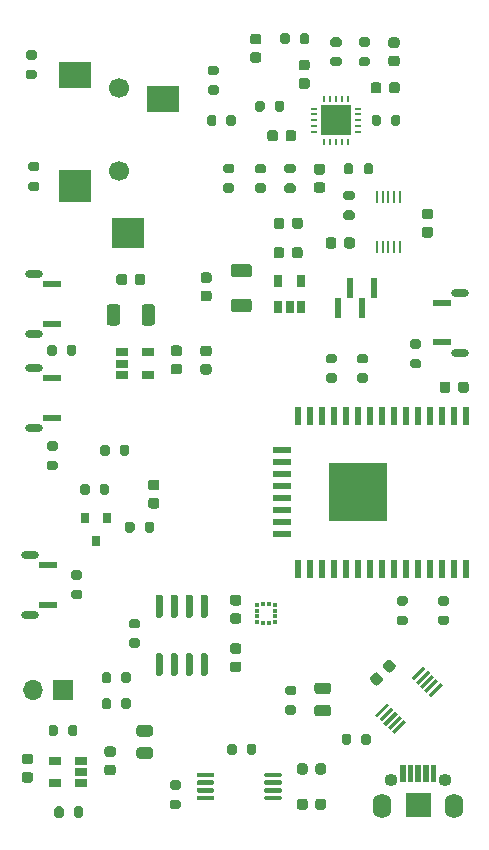
<source format=gts>
G04 #@! TF.GenerationSoftware,KiCad,Pcbnew,5.1.10-88a1d61d58~88~ubuntu20.04.1*
G04 #@! TF.CreationDate,2021-05-21T15:29:45+02:00*
G04 #@! TF.ProjectId,osw-light-modifiedv3,6f73772d-6c69-4676-9874-2d6d6f646966,rev?*
G04 #@! TF.SameCoordinates,Original*
G04 #@! TF.FileFunction,Soldermask,Top*
G04 #@! TF.FilePolarity,Negative*
%FSLAX46Y46*%
G04 Gerber Fmt 4.6, Leading zero omitted, Abs format (unit mm)*
G04 Created by KiCad (PCBNEW 5.1.10-88a1d61d58~88~ubuntu20.04.1) date 2021-05-21 15:29:45*
%MOMM*%
%LPD*%
G01*
G04 APERTURE LIST*
%ADD10C,0.100000*%
%ADD11O,1.100000X1.100000*%
%ADD12O,1.600000X2.100000*%
%ADD13C,1.700000*%
%ADD14R,2.800000X2.800000*%
%ADD15R,2.800000X2.600000*%
%ADD16R,2.800000X2.200000*%
%ADD17R,1.524000X0.500000*%
%ADD18O,1.524000X0.600000*%
%ADD19R,0.600000X1.750000*%
%ADD20R,0.800000X0.900000*%
%ADD21R,1.060000X0.650000*%
%ADD22R,0.375000X0.350000*%
%ADD23R,0.350000X0.375000*%
%ADD24O,1.700000X1.700000*%
%ADD25R,1.700000X1.700000*%
%ADD26R,1.524000X0.600000*%
%ADD27R,0.600000X1.524000*%
%ADD28R,5.000000X5.000000*%
%ADD29R,0.250000X1.100000*%
%ADD30R,0.650000X1.060000*%
%ADD31R,0.500000X0.250000*%
%ADD32R,0.250000X0.500000*%
%ADD33R,2.500000X2.500000*%
G04 APERTURE END LIST*
G04 #@! TO.C,U5*
G36*
G01*
X131470000Y-102165000D02*
X131470000Y-101965000D01*
G75*
G02*
X131570000Y-101865000I100000J0D01*
G01*
X132845000Y-101865000D01*
G75*
G02*
X132945000Y-101965000I0J-100000D01*
G01*
X132945000Y-102165000D01*
G75*
G02*
X132845000Y-102265000I-100000J0D01*
G01*
X131570000Y-102265000D01*
G75*
G02*
X131470000Y-102165000I0J100000D01*
G01*
G37*
G36*
G01*
X131470000Y-102815000D02*
X131470000Y-102615000D01*
G75*
G02*
X131570000Y-102515000I100000J0D01*
G01*
X132845000Y-102515000D01*
G75*
G02*
X132945000Y-102615000I0J-100000D01*
G01*
X132945000Y-102815000D01*
G75*
G02*
X132845000Y-102915000I-100000J0D01*
G01*
X131570000Y-102915000D01*
G75*
G02*
X131470000Y-102815000I0J100000D01*
G01*
G37*
G36*
G01*
X131470000Y-103465000D02*
X131470000Y-103265000D01*
G75*
G02*
X131570000Y-103165000I100000J0D01*
G01*
X132845000Y-103165000D01*
G75*
G02*
X132945000Y-103265000I0J-100000D01*
G01*
X132945000Y-103465000D01*
G75*
G02*
X132845000Y-103565000I-100000J0D01*
G01*
X131570000Y-103565000D01*
G75*
G02*
X131470000Y-103465000I0J100000D01*
G01*
G37*
G36*
G01*
X131470000Y-104115000D02*
X131470000Y-103915000D01*
G75*
G02*
X131570000Y-103815000I100000J0D01*
G01*
X132845000Y-103815000D01*
G75*
G02*
X132945000Y-103915000I0J-100000D01*
G01*
X132945000Y-104115000D01*
G75*
G02*
X132845000Y-104215000I-100000J0D01*
G01*
X131570000Y-104215000D01*
G75*
G02*
X131470000Y-104115000I0J100000D01*
G01*
G37*
G36*
G01*
X137195000Y-104115000D02*
X137195000Y-103915000D01*
G75*
G02*
X137295000Y-103815000I100000J0D01*
G01*
X138570000Y-103815000D01*
G75*
G02*
X138670000Y-103915000I0J-100000D01*
G01*
X138670000Y-104115000D01*
G75*
G02*
X138570000Y-104215000I-100000J0D01*
G01*
X137295000Y-104215000D01*
G75*
G02*
X137195000Y-104115000I0J100000D01*
G01*
G37*
G36*
G01*
X137195000Y-103465000D02*
X137195000Y-103265000D01*
G75*
G02*
X137295000Y-103165000I100000J0D01*
G01*
X138570000Y-103165000D01*
G75*
G02*
X138670000Y-103265000I0J-100000D01*
G01*
X138670000Y-103465000D01*
G75*
G02*
X138570000Y-103565000I-100000J0D01*
G01*
X137295000Y-103565000D01*
G75*
G02*
X137195000Y-103465000I0J100000D01*
G01*
G37*
G36*
G01*
X137195000Y-102815000D02*
X137195000Y-102615000D01*
G75*
G02*
X137295000Y-102515000I100000J0D01*
G01*
X138570000Y-102515000D01*
G75*
G02*
X138670000Y-102615000I0J-100000D01*
G01*
X138670000Y-102815000D01*
G75*
G02*
X138570000Y-102915000I-100000J0D01*
G01*
X137295000Y-102915000D01*
G75*
G02*
X137195000Y-102815000I0J100000D01*
G01*
G37*
G36*
G01*
X137195000Y-102165000D02*
X137195000Y-101965000D01*
G75*
G02*
X137295000Y-101865000I100000J0D01*
G01*
X138570000Y-101865000D01*
G75*
G02*
X138670000Y-101965000I0J-100000D01*
G01*
X138670000Y-102165000D01*
G75*
G02*
X138570000Y-102265000I-100000J0D01*
G01*
X137295000Y-102265000D01*
G75*
G02*
X137195000Y-102165000I0J100000D01*
G01*
G37*
G04 #@! TD*
G04 #@! TO.C,R34*
G36*
G01*
X139165000Y-96155000D02*
X139715000Y-96155000D01*
G75*
G02*
X139915000Y-96355000I0J-200000D01*
G01*
X139915000Y-96755000D01*
G75*
G02*
X139715000Y-96955000I-200000J0D01*
G01*
X139165000Y-96955000D01*
G75*
G02*
X138965000Y-96755000I0J200000D01*
G01*
X138965000Y-96355000D01*
G75*
G02*
X139165000Y-96155000I200000J0D01*
G01*
G37*
G36*
G01*
X139165000Y-94505000D02*
X139715000Y-94505000D01*
G75*
G02*
X139915000Y-94705000I0J-200000D01*
G01*
X139915000Y-95105000D01*
G75*
G02*
X139715000Y-95305000I-200000J0D01*
G01*
X139165000Y-95305000D01*
G75*
G02*
X138965000Y-95105000I0J200000D01*
G01*
X138965000Y-94705000D01*
G75*
G02*
X139165000Y-94505000I200000J0D01*
G01*
G37*
G04 #@! TD*
G04 #@! TO.C,D2*
G36*
G01*
X142596250Y-95217500D02*
X141683750Y-95217500D01*
G75*
G02*
X141440000Y-94973750I0J243750D01*
G01*
X141440000Y-94486250D01*
G75*
G02*
X141683750Y-94242500I243750J0D01*
G01*
X142596250Y-94242500D01*
G75*
G02*
X142840000Y-94486250I0J-243750D01*
G01*
X142840000Y-94973750D01*
G75*
G02*
X142596250Y-95217500I-243750J0D01*
G01*
G37*
G36*
G01*
X142596250Y-97092500D02*
X141683750Y-97092500D01*
G75*
G02*
X141440000Y-96848750I0J243750D01*
G01*
X141440000Y-96361250D01*
G75*
G02*
X141683750Y-96117500I243750J0D01*
G01*
X142596250Y-96117500D01*
G75*
G02*
X142840000Y-96361250I0J-243750D01*
G01*
X142840000Y-96848750D01*
G75*
G02*
X142596250Y-97092500I-243750J0D01*
G01*
G37*
G04 #@! TD*
G04 #@! TO.C,R32*
G36*
G01*
X144545000Y-98765000D02*
X144545000Y-99315000D01*
G75*
G02*
X144345000Y-99515000I-200000J0D01*
G01*
X143945000Y-99515000D01*
G75*
G02*
X143745000Y-99315000I0J200000D01*
G01*
X143745000Y-98765000D01*
G75*
G02*
X143945000Y-98565000I200000J0D01*
G01*
X144345000Y-98565000D01*
G75*
G02*
X144545000Y-98765000I0J-200000D01*
G01*
G37*
G36*
G01*
X146195000Y-98765000D02*
X146195000Y-99315000D01*
G75*
G02*
X145995000Y-99515000I-200000J0D01*
G01*
X145595000Y-99515000D01*
G75*
G02*
X145395000Y-99315000I0J200000D01*
G01*
X145395000Y-98765000D01*
G75*
G02*
X145595000Y-98565000I200000J0D01*
G01*
X145995000Y-98565000D01*
G75*
G02*
X146195000Y-98765000I0J-200000D01*
G01*
G37*
G04 #@! TD*
D10*
G04 #@! TO.C,U11*
G36*
X152081955Y-94270330D02*
G01*
X152294087Y-94482462D01*
X151304137Y-95472412D01*
X151092005Y-95260280D01*
X152081955Y-94270330D01*
G37*
G36*
X151728401Y-93916776D02*
G01*
X151940533Y-94128908D01*
X150950583Y-95118858D01*
X150738451Y-94906726D01*
X151728401Y-93916776D01*
G37*
G36*
X151374848Y-93563223D02*
G01*
X151586980Y-93775355D01*
X150597030Y-94765305D01*
X150384898Y-94553173D01*
X151374848Y-93563223D01*
G37*
G36*
X151021295Y-93209670D02*
G01*
X151233427Y-93421802D01*
X150243477Y-94411752D01*
X150031345Y-94199620D01*
X151021295Y-93209670D01*
G37*
G36*
X150667741Y-92856116D02*
G01*
X150879873Y-93068248D01*
X149889923Y-94058198D01*
X149677791Y-93846066D01*
X150667741Y-92856116D01*
G37*
G36*
X147556471Y-95967386D02*
G01*
X147768603Y-96179518D01*
X146778653Y-97169468D01*
X146566521Y-96957336D01*
X147556471Y-95967386D01*
G37*
G36*
X147910025Y-96320940D02*
G01*
X148122157Y-96533072D01*
X147132207Y-97523022D01*
X146920075Y-97310890D01*
X147910025Y-96320940D01*
G37*
G36*
X148263578Y-96674493D02*
G01*
X148475710Y-96886625D01*
X147485760Y-97876575D01*
X147273628Y-97664443D01*
X148263578Y-96674493D01*
G37*
G36*
X148617131Y-97028046D02*
G01*
X148829263Y-97240178D01*
X147839313Y-98230128D01*
X147627181Y-98017996D01*
X148617131Y-97028046D01*
G37*
G36*
X148970685Y-97381600D02*
G01*
X149182817Y-97593732D01*
X148192867Y-98583682D01*
X147980735Y-98371550D01*
X148970685Y-97381600D01*
G37*
G04 #@! TD*
D11*
G04 #@! TO.C,U12*
X152506000Y-102504500D03*
X147934000Y-102504500D03*
G36*
G01*
X151270000Y-102600000D02*
X151270000Y-101250000D01*
G75*
G02*
X151320000Y-101200000I50000J0D01*
G01*
X151720000Y-101200000D01*
G75*
G02*
X151770000Y-101250000I0J-50000D01*
G01*
X151770000Y-102600000D01*
G75*
G02*
X151720000Y-102650000I-50000J0D01*
G01*
X151320000Y-102650000D01*
G75*
G02*
X151270000Y-102600000I0J50000D01*
G01*
G37*
G36*
G01*
X150620000Y-102600000D02*
X150620000Y-101250000D01*
G75*
G02*
X150670000Y-101200000I50000J0D01*
G01*
X151070000Y-101200000D01*
G75*
G02*
X151120000Y-101250000I0J-50000D01*
G01*
X151120000Y-102600000D01*
G75*
G02*
X151070000Y-102650000I-50000J0D01*
G01*
X150670000Y-102650000D01*
G75*
G02*
X150620000Y-102600000I0J50000D01*
G01*
G37*
G36*
G01*
X149970000Y-102600000D02*
X149970000Y-101250000D01*
G75*
G02*
X150020000Y-101200000I50000J0D01*
G01*
X150420000Y-101200000D01*
G75*
G02*
X150470000Y-101250000I0J-50000D01*
G01*
X150470000Y-102600000D01*
G75*
G02*
X150420000Y-102650000I-50000J0D01*
G01*
X150020000Y-102650000D01*
G75*
G02*
X149970000Y-102600000I0J50000D01*
G01*
G37*
G36*
G01*
X149320000Y-102600000D02*
X149320000Y-101250000D01*
G75*
G02*
X149370000Y-101200000I50000J0D01*
G01*
X149770000Y-101200000D01*
G75*
G02*
X149820000Y-101250000I0J-50000D01*
G01*
X149820000Y-102600000D01*
G75*
G02*
X149770000Y-102650000I-50000J0D01*
G01*
X149370000Y-102650000D01*
G75*
G02*
X149320000Y-102600000I0J50000D01*
G01*
G37*
G36*
G01*
X148670000Y-102600000D02*
X148670000Y-101250000D01*
G75*
G02*
X148720000Y-101200000I50000J0D01*
G01*
X149120000Y-101200000D01*
G75*
G02*
X149170000Y-101250000I0J-50000D01*
G01*
X149170000Y-102600000D01*
G75*
G02*
X149120000Y-102650000I-50000J0D01*
G01*
X148720000Y-102650000D01*
G75*
G02*
X148670000Y-102600000I0J50000D01*
G01*
G37*
D12*
X153268000Y-104727000D03*
G36*
G01*
X149170000Y-105600000D02*
X149170000Y-103600000D01*
G75*
G02*
X149220000Y-103550000I50000J0D01*
G01*
X151220000Y-103550000D01*
G75*
G02*
X151270000Y-103600000I0J-50000D01*
G01*
X151270000Y-105600000D01*
G75*
G02*
X151220000Y-105650000I-50000J0D01*
G01*
X149220000Y-105650000D01*
G75*
G02*
X149170000Y-105600000I0J50000D01*
G01*
G37*
X147172000Y-104727000D03*
G04 #@! TD*
G04 #@! TO.C,R33*
G36*
G01*
X127055765Y-81358197D02*
X127055765Y-80808197D01*
G75*
G02*
X127255765Y-80608197I200000J0D01*
G01*
X127655765Y-80608197D01*
G75*
G02*
X127855765Y-80808197I0J-200000D01*
G01*
X127855765Y-81358197D01*
G75*
G02*
X127655765Y-81558197I-200000J0D01*
G01*
X127255765Y-81558197D01*
G75*
G02*
X127055765Y-81358197I0J200000D01*
G01*
G37*
G36*
G01*
X125405765Y-81358197D02*
X125405765Y-80808197D01*
G75*
G02*
X125605765Y-80608197I200000J0D01*
G01*
X126005765Y-80608197D01*
G75*
G02*
X126205765Y-80808197I0J-200000D01*
G01*
X126205765Y-81358197D01*
G75*
G02*
X126005765Y-81558197I-200000J0D01*
G01*
X125605765Y-81558197D01*
G75*
G02*
X125405765Y-81358197I0J200000D01*
G01*
G37*
G04 #@! TD*
G04 #@! TO.C,R25*
G36*
G01*
X120465000Y-66385000D02*
X120465000Y-65835000D01*
G75*
G02*
X120665000Y-65635000I200000J0D01*
G01*
X121065000Y-65635000D01*
G75*
G02*
X121265000Y-65835000I0J-200000D01*
G01*
X121265000Y-66385000D01*
G75*
G02*
X121065000Y-66585000I-200000J0D01*
G01*
X120665000Y-66585000D01*
G75*
G02*
X120465000Y-66385000I0J200000D01*
G01*
G37*
G36*
G01*
X118815000Y-66385000D02*
X118815000Y-65835000D01*
G75*
G02*
X119015000Y-65635000I200000J0D01*
G01*
X119415000Y-65635000D01*
G75*
G02*
X119615000Y-65835000I0J-200000D01*
G01*
X119615000Y-66385000D01*
G75*
G02*
X119415000Y-66585000I-200000J0D01*
G01*
X119015000Y-66585000D01*
G75*
G02*
X118815000Y-66385000I0J200000D01*
G01*
G37*
G04 #@! TD*
G04 #@! TO.C,R5*
G36*
G01*
X132595000Y-43665000D02*
X133145000Y-43665000D01*
G75*
G02*
X133345000Y-43865000I0J-200000D01*
G01*
X133345000Y-44265000D01*
G75*
G02*
X133145000Y-44465000I-200000J0D01*
G01*
X132595000Y-44465000D01*
G75*
G02*
X132395000Y-44265000I0J200000D01*
G01*
X132395000Y-43865000D01*
G75*
G02*
X132595000Y-43665000I200000J0D01*
G01*
G37*
G36*
G01*
X132595000Y-42015000D02*
X133145000Y-42015000D01*
G75*
G02*
X133345000Y-42215000I0J-200000D01*
G01*
X133345000Y-42615000D01*
G75*
G02*
X133145000Y-42815000I-200000J0D01*
G01*
X132595000Y-42815000D01*
G75*
G02*
X132395000Y-42615000I0J200000D01*
G01*
X132395000Y-42215000D01*
G75*
G02*
X132595000Y-42015000I200000J0D01*
G01*
G37*
G04 #@! TD*
D13*
G04 #@! TO.C,J2*
X124880000Y-50890000D03*
X124880000Y-43890000D03*
D14*
X121180000Y-52190000D03*
D15*
X125630000Y-56190000D03*
D16*
X121180000Y-42790000D03*
X128580000Y-44790000D03*
G04 #@! TD*
G04 #@! TO.C,R17*
G36*
G01*
X140195000Y-40015000D02*
X140195000Y-39465000D01*
G75*
G02*
X140395000Y-39265000I200000J0D01*
G01*
X140795000Y-39265000D01*
G75*
G02*
X140995000Y-39465000I0J-200000D01*
G01*
X140995000Y-40015000D01*
G75*
G02*
X140795000Y-40215000I-200000J0D01*
G01*
X140395000Y-40215000D01*
G75*
G02*
X140195000Y-40015000I0J200000D01*
G01*
G37*
G36*
G01*
X138545000Y-40015000D02*
X138545000Y-39465000D01*
G75*
G02*
X138745000Y-39265000I200000J0D01*
G01*
X139145000Y-39265000D01*
G75*
G02*
X139345000Y-39465000I0J-200000D01*
G01*
X139345000Y-40015000D01*
G75*
G02*
X139145000Y-40215000I-200000J0D01*
G01*
X138745000Y-40215000D01*
G75*
G02*
X138545000Y-40015000I0J200000D01*
G01*
G37*
G04 #@! TD*
G04 #@! TO.C,R18*
G36*
G01*
X143545000Y-40415000D02*
X142995000Y-40415000D01*
G75*
G02*
X142795000Y-40215000I0J200000D01*
G01*
X142795000Y-39815000D01*
G75*
G02*
X142995000Y-39615000I200000J0D01*
G01*
X143545000Y-39615000D01*
G75*
G02*
X143745000Y-39815000I0J-200000D01*
G01*
X143745000Y-40215000D01*
G75*
G02*
X143545000Y-40415000I-200000J0D01*
G01*
G37*
G36*
G01*
X143545000Y-42065000D02*
X142995000Y-42065000D01*
G75*
G02*
X142795000Y-41865000I0J200000D01*
G01*
X142795000Y-41465000D01*
G75*
G02*
X142995000Y-41265000I200000J0D01*
G01*
X143545000Y-41265000D01*
G75*
G02*
X143745000Y-41465000I0J-200000D01*
G01*
X143745000Y-41865000D01*
G75*
G02*
X143545000Y-42065000I-200000J0D01*
G01*
G37*
G04 #@! TD*
G04 #@! TO.C,R4*
G36*
G01*
X117405000Y-51815000D02*
X117955000Y-51815000D01*
G75*
G02*
X118155000Y-52015000I0J-200000D01*
G01*
X118155000Y-52415000D01*
G75*
G02*
X117955000Y-52615000I-200000J0D01*
G01*
X117405000Y-52615000D01*
G75*
G02*
X117205000Y-52415000I0J200000D01*
G01*
X117205000Y-52015000D01*
G75*
G02*
X117405000Y-51815000I200000J0D01*
G01*
G37*
G36*
G01*
X117405000Y-50165000D02*
X117955000Y-50165000D01*
G75*
G02*
X118155000Y-50365000I0J-200000D01*
G01*
X118155000Y-50765000D01*
G75*
G02*
X117955000Y-50965000I-200000J0D01*
G01*
X117405000Y-50965000D01*
G75*
G02*
X117205000Y-50765000I0J200000D01*
G01*
X117205000Y-50365000D01*
G75*
G02*
X117405000Y-50165000I200000J0D01*
G01*
G37*
G04 #@! TD*
G04 #@! TO.C,R22*
G36*
G01*
X124955765Y-74858197D02*
X124955765Y-74308197D01*
G75*
G02*
X125155765Y-74108197I200000J0D01*
G01*
X125555765Y-74108197D01*
G75*
G02*
X125755765Y-74308197I0J-200000D01*
G01*
X125755765Y-74858197D01*
G75*
G02*
X125555765Y-75058197I-200000J0D01*
G01*
X125155765Y-75058197D01*
G75*
G02*
X124955765Y-74858197I0J200000D01*
G01*
G37*
G36*
G01*
X123305765Y-74858197D02*
X123305765Y-74308197D01*
G75*
G02*
X123505765Y-74108197I200000J0D01*
G01*
X123905765Y-74108197D01*
G75*
G02*
X124105765Y-74308197I0J-200000D01*
G01*
X124105765Y-74858197D01*
G75*
G02*
X123905765Y-75058197I-200000J0D01*
G01*
X123505765Y-75058197D01*
G75*
G02*
X123305765Y-74858197I0J200000D01*
G01*
G37*
G04 #@! TD*
D17*
G04 #@! TO.C,SW3*
X152266999Y-62079999D03*
X152266999Y-65429999D03*
D18*
X153786999Y-61214999D03*
X153786999Y-66294999D03*
G04 #@! TD*
G04 #@! TO.C,U1*
G36*
G01*
X131945000Y-91740000D02*
X132245000Y-91740000D01*
G75*
G02*
X132395000Y-91890000I0J-150000D01*
G01*
X132395000Y-93540000D01*
G75*
G02*
X132245000Y-93690000I-150000J0D01*
G01*
X131945000Y-93690000D01*
G75*
G02*
X131795000Y-93540000I0J150000D01*
G01*
X131795000Y-91890000D01*
G75*
G02*
X131945000Y-91740000I150000J0D01*
G01*
G37*
G36*
G01*
X130675000Y-91740000D02*
X130975000Y-91740000D01*
G75*
G02*
X131125000Y-91890000I0J-150000D01*
G01*
X131125000Y-93540000D01*
G75*
G02*
X130975000Y-93690000I-150000J0D01*
G01*
X130675000Y-93690000D01*
G75*
G02*
X130525000Y-93540000I0J150000D01*
G01*
X130525000Y-91890000D01*
G75*
G02*
X130675000Y-91740000I150000J0D01*
G01*
G37*
G36*
G01*
X129405000Y-91740000D02*
X129705000Y-91740000D01*
G75*
G02*
X129855000Y-91890000I0J-150000D01*
G01*
X129855000Y-93540000D01*
G75*
G02*
X129705000Y-93690000I-150000J0D01*
G01*
X129405000Y-93690000D01*
G75*
G02*
X129255000Y-93540000I0J150000D01*
G01*
X129255000Y-91890000D01*
G75*
G02*
X129405000Y-91740000I150000J0D01*
G01*
G37*
G36*
G01*
X128135000Y-91740000D02*
X128435000Y-91740000D01*
G75*
G02*
X128585000Y-91890000I0J-150000D01*
G01*
X128585000Y-93540000D01*
G75*
G02*
X128435000Y-93690000I-150000J0D01*
G01*
X128135000Y-93690000D01*
G75*
G02*
X127985000Y-93540000I0J150000D01*
G01*
X127985000Y-91890000D01*
G75*
G02*
X128135000Y-91740000I150000J0D01*
G01*
G37*
G36*
G01*
X128135000Y-86790000D02*
X128435000Y-86790000D01*
G75*
G02*
X128585000Y-86940000I0J-150000D01*
G01*
X128585000Y-88590000D01*
G75*
G02*
X128435000Y-88740000I-150000J0D01*
G01*
X128135000Y-88740000D01*
G75*
G02*
X127985000Y-88590000I0J150000D01*
G01*
X127985000Y-86940000D01*
G75*
G02*
X128135000Y-86790000I150000J0D01*
G01*
G37*
G36*
G01*
X129405000Y-86790000D02*
X129705000Y-86790000D01*
G75*
G02*
X129855000Y-86940000I0J-150000D01*
G01*
X129855000Y-88590000D01*
G75*
G02*
X129705000Y-88740000I-150000J0D01*
G01*
X129405000Y-88740000D01*
G75*
G02*
X129255000Y-88590000I0J150000D01*
G01*
X129255000Y-86940000D01*
G75*
G02*
X129405000Y-86790000I150000J0D01*
G01*
G37*
G36*
G01*
X130675000Y-86790000D02*
X130975000Y-86790000D01*
G75*
G02*
X131125000Y-86940000I0J-150000D01*
G01*
X131125000Y-88590000D01*
G75*
G02*
X130975000Y-88740000I-150000J0D01*
G01*
X130675000Y-88740000D01*
G75*
G02*
X130525000Y-88590000I0J150000D01*
G01*
X130525000Y-86940000D01*
G75*
G02*
X130675000Y-86790000I150000J0D01*
G01*
G37*
G36*
G01*
X131945000Y-86790000D02*
X132245000Y-86790000D01*
G75*
G02*
X132395000Y-86940000I0J-150000D01*
G01*
X132395000Y-88590000D01*
G75*
G02*
X132245000Y-88740000I-150000J0D01*
G01*
X131945000Y-88740000D01*
G75*
G02*
X131795000Y-88590000I0J150000D01*
G01*
X131795000Y-86940000D01*
G75*
G02*
X131945000Y-86790000I150000J0D01*
G01*
G37*
G04 #@! TD*
G04 #@! TO.C,R13*
G36*
G01*
X125935000Y-90505000D02*
X126485000Y-90505000D01*
G75*
G02*
X126685000Y-90705000I0J-200000D01*
G01*
X126685000Y-91105000D01*
G75*
G02*
X126485000Y-91305000I-200000J0D01*
G01*
X125935000Y-91305000D01*
G75*
G02*
X125735000Y-91105000I0J200000D01*
G01*
X125735000Y-90705000D01*
G75*
G02*
X125935000Y-90505000I200000J0D01*
G01*
G37*
G36*
G01*
X125935000Y-88855000D02*
X126485000Y-88855000D01*
G75*
G02*
X126685000Y-89055000I0J-200000D01*
G01*
X126685000Y-89455000D01*
G75*
G02*
X126485000Y-89655000I-200000J0D01*
G01*
X125935000Y-89655000D01*
G75*
G02*
X125735000Y-89455000I0J200000D01*
G01*
X125735000Y-89055000D01*
G75*
G02*
X125935000Y-88855000I200000J0D01*
G01*
G37*
G04 #@! TD*
G04 #@! TO.C,R30*
G36*
G01*
X142595000Y-68065000D02*
X143145000Y-68065000D01*
G75*
G02*
X143345000Y-68265000I0J-200000D01*
G01*
X143345000Y-68665000D01*
G75*
G02*
X143145000Y-68865000I-200000J0D01*
G01*
X142595000Y-68865000D01*
G75*
G02*
X142395000Y-68665000I0J200000D01*
G01*
X142395000Y-68265000D01*
G75*
G02*
X142595000Y-68065000I200000J0D01*
G01*
G37*
G36*
G01*
X142595000Y-66415000D02*
X143145000Y-66415000D01*
G75*
G02*
X143345000Y-66615000I0J-200000D01*
G01*
X143345000Y-67015000D01*
G75*
G02*
X143145000Y-67215000I-200000J0D01*
G01*
X142595000Y-67215000D01*
G75*
G02*
X142395000Y-67015000I0J200000D01*
G01*
X142395000Y-66615000D01*
G75*
G02*
X142595000Y-66415000I200000J0D01*
G01*
G37*
G04 #@! TD*
D19*
G04 #@! TO.C,J1*
X146460000Y-60815000D03*
X144460000Y-60815000D03*
X145460000Y-62565000D03*
X143460000Y-62565000D03*
G04 #@! TD*
G04 #@! TO.C,R19*
G36*
G01*
X147925000Y-46905000D02*
X147925000Y-46355000D01*
G75*
G02*
X148125000Y-46155000I200000J0D01*
G01*
X148525000Y-46155000D01*
G75*
G02*
X148725000Y-46355000I0J-200000D01*
G01*
X148725000Y-46905000D01*
G75*
G02*
X148525000Y-47105000I-200000J0D01*
G01*
X148125000Y-47105000D01*
G75*
G02*
X147925000Y-46905000I0J200000D01*
G01*
G37*
G36*
G01*
X146275000Y-46905000D02*
X146275000Y-46355000D01*
G75*
G02*
X146475000Y-46155000I200000J0D01*
G01*
X146875000Y-46155000D01*
G75*
G02*
X147075000Y-46355000I0J-200000D01*
G01*
X147075000Y-46905000D01*
G75*
G02*
X146875000Y-47105000I-200000J0D01*
G01*
X146475000Y-47105000D01*
G75*
G02*
X146275000Y-46905000I0J200000D01*
G01*
G37*
G04 #@! TD*
G04 #@! TO.C,R20*
G36*
G01*
X125075000Y-96305000D02*
X125075000Y-95755000D01*
G75*
G02*
X125275000Y-95555000I200000J0D01*
G01*
X125675000Y-95555000D01*
G75*
G02*
X125875000Y-95755000I0J-200000D01*
G01*
X125875000Y-96305000D01*
G75*
G02*
X125675000Y-96505000I-200000J0D01*
G01*
X125275000Y-96505000D01*
G75*
G02*
X125075000Y-96305000I0J200000D01*
G01*
G37*
G36*
G01*
X123425000Y-96305000D02*
X123425000Y-95755000D01*
G75*
G02*
X123625000Y-95555000I200000J0D01*
G01*
X124025000Y-95555000D01*
G75*
G02*
X124225000Y-95755000I0J-200000D01*
G01*
X124225000Y-96305000D01*
G75*
G02*
X124025000Y-96505000I-200000J0D01*
G01*
X123625000Y-96505000D01*
G75*
G02*
X123425000Y-96305000I0J200000D01*
G01*
G37*
G04 #@! TD*
G04 #@! TO.C,R26*
G36*
G01*
X149145000Y-87715000D02*
X148595000Y-87715000D01*
G75*
G02*
X148395000Y-87515000I0J200000D01*
G01*
X148395000Y-87115000D01*
G75*
G02*
X148595000Y-86915000I200000J0D01*
G01*
X149145000Y-86915000D01*
G75*
G02*
X149345000Y-87115000I0J-200000D01*
G01*
X149345000Y-87515000D01*
G75*
G02*
X149145000Y-87715000I-200000J0D01*
G01*
G37*
G36*
G01*
X149145000Y-89365000D02*
X148595000Y-89365000D01*
G75*
G02*
X148395000Y-89165000I0J200000D01*
G01*
X148395000Y-88765000D01*
G75*
G02*
X148595000Y-88565000I200000J0D01*
G01*
X149145000Y-88565000D01*
G75*
G02*
X149345000Y-88765000I0J-200000D01*
G01*
X149345000Y-89165000D01*
G75*
G02*
X149145000Y-89365000I-200000J0D01*
G01*
G37*
G04 #@! TD*
G04 #@! TO.C,R10*
G36*
G01*
X138065000Y-45715000D02*
X138065000Y-45165000D01*
G75*
G02*
X138265000Y-44965000I200000J0D01*
G01*
X138665000Y-44965000D01*
G75*
G02*
X138865000Y-45165000I0J-200000D01*
G01*
X138865000Y-45715000D01*
G75*
G02*
X138665000Y-45915000I-200000J0D01*
G01*
X138265000Y-45915000D01*
G75*
G02*
X138065000Y-45715000I0J200000D01*
G01*
G37*
G36*
G01*
X136415000Y-45715000D02*
X136415000Y-45165000D01*
G75*
G02*
X136615000Y-44965000I200000J0D01*
G01*
X137015000Y-44965000D01*
G75*
G02*
X137215000Y-45165000I0J-200000D01*
G01*
X137215000Y-45715000D01*
G75*
G02*
X137015000Y-45915000I-200000J0D01*
G01*
X136615000Y-45915000D01*
G75*
G02*
X136415000Y-45715000I0J200000D01*
G01*
G37*
G04 #@! TD*
G04 #@! TO.C,R9*
G36*
G01*
X139095000Y-51975000D02*
X139645000Y-51975000D01*
G75*
G02*
X139845000Y-52175000I0J-200000D01*
G01*
X139845000Y-52575000D01*
G75*
G02*
X139645000Y-52775000I-200000J0D01*
G01*
X139095000Y-52775000D01*
G75*
G02*
X138895000Y-52575000I0J200000D01*
G01*
X138895000Y-52175000D01*
G75*
G02*
X139095000Y-51975000I200000J0D01*
G01*
G37*
G36*
G01*
X139095000Y-50325000D02*
X139645000Y-50325000D01*
G75*
G02*
X139845000Y-50525000I0J-200000D01*
G01*
X139845000Y-50925000D01*
G75*
G02*
X139645000Y-51125000I-200000J0D01*
G01*
X139095000Y-51125000D01*
G75*
G02*
X138895000Y-50925000I0J200000D01*
G01*
X138895000Y-50525000D01*
G75*
G02*
X139095000Y-50325000I200000J0D01*
G01*
G37*
G04 #@! TD*
D20*
G04 #@! TO.C,Q1*
X122930765Y-82283196D03*
X121980765Y-80283196D03*
X123880765Y-80283196D03*
G04 #@! TD*
D21*
G04 #@! TO.C,U2*
X121700000Y-102740000D03*
X121700000Y-101790000D03*
X121700000Y-100840000D03*
X119500000Y-100840000D03*
X119500000Y-102740000D03*
G04 #@! TD*
G04 #@! TO.C,R1*
G36*
G01*
X119725000Y-98005000D02*
X119725000Y-98555000D01*
G75*
G02*
X119525000Y-98755000I-200000J0D01*
G01*
X119125000Y-98755000D01*
G75*
G02*
X118925000Y-98555000I0J200000D01*
G01*
X118925000Y-98005000D01*
G75*
G02*
X119125000Y-97805000I200000J0D01*
G01*
X119525000Y-97805000D01*
G75*
G02*
X119725000Y-98005000I0J-200000D01*
G01*
G37*
G36*
G01*
X121375000Y-98005000D02*
X121375000Y-98555000D01*
G75*
G02*
X121175000Y-98755000I-200000J0D01*
G01*
X120775000Y-98755000D01*
G75*
G02*
X120575000Y-98555000I0J200000D01*
G01*
X120575000Y-98005000D01*
G75*
G02*
X120775000Y-97805000I200000J0D01*
G01*
X121175000Y-97805000D01*
G75*
G02*
X121375000Y-98005000I0J-200000D01*
G01*
G37*
G04 #@! TD*
G04 #@! TO.C,D1*
G36*
G01*
X127526250Y-98810000D02*
X126613750Y-98810000D01*
G75*
G02*
X126370000Y-98566250I0J243750D01*
G01*
X126370000Y-98078750D01*
G75*
G02*
X126613750Y-97835000I243750J0D01*
G01*
X127526250Y-97835000D01*
G75*
G02*
X127770000Y-98078750I0J-243750D01*
G01*
X127770000Y-98566250D01*
G75*
G02*
X127526250Y-98810000I-243750J0D01*
G01*
G37*
G36*
G01*
X127526250Y-100685000D02*
X126613750Y-100685000D01*
G75*
G02*
X126370000Y-100441250I0J243750D01*
G01*
X126370000Y-99953750D01*
G75*
G02*
X126613750Y-99710000I243750J0D01*
G01*
X127526250Y-99710000D01*
G75*
G02*
X127770000Y-99953750I0J-243750D01*
G01*
X127770000Y-100441250D01*
G75*
G02*
X127526250Y-100685000I-243750J0D01*
G01*
G37*
G04 #@! TD*
G04 #@! TO.C,R27*
G36*
G01*
X145225000Y-68065000D02*
X145775000Y-68065000D01*
G75*
G02*
X145975000Y-68265000I0J-200000D01*
G01*
X145975000Y-68665000D01*
G75*
G02*
X145775000Y-68865000I-200000J0D01*
G01*
X145225000Y-68865000D01*
G75*
G02*
X145025000Y-68665000I0J200000D01*
G01*
X145025000Y-68265000D01*
G75*
G02*
X145225000Y-68065000I200000J0D01*
G01*
G37*
G36*
G01*
X145225000Y-66415000D02*
X145775000Y-66415000D01*
G75*
G02*
X145975000Y-66615000I0J-200000D01*
G01*
X145975000Y-67015000D01*
G75*
G02*
X145775000Y-67215000I-200000J0D01*
G01*
X145225000Y-67215000D01*
G75*
G02*
X145025000Y-67015000I0J200000D01*
G01*
X145025000Y-66615000D01*
G75*
G02*
X145225000Y-66415000I200000J0D01*
G01*
G37*
G04 #@! TD*
D22*
G04 #@! TO.C,U4*
X138102500Y-88640000D03*
X138102500Y-88140000D03*
X136577500Y-88640000D03*
X136577500Y-88140000D03*
X138102500Y-87640000D03*
X136577500Y-87640000D03*
X138102500Y-89140000D03*
X136577500Y-89140000D03*
D23*
X137590000Y-87627500D03*
X137090000Y-87627500D03*
X137090000Y-89152500D03*
X137590000Y-89152500D03*
G04 #@! TD*
G04 #@! TO.C,R14*
G36*
G01*
X129945000Y-103315000D02*
X129395000Y-103315000D01*
G75*
G02*
X129195000Y-103115000I0J200000D01*
G01*
X129195000Y-102715000D01*
G75*
G02*
X129395000Y-102515000I200000J0D01*
G01*
X129945000Y-102515000D01*
G75*
G02*
X130145000Y-102715000I0J-200000D01*
G01*
X130145000Y-103115000D01*
G75*
G02*
X129945000Y-103315000I-200000J0D01*
G01*
G37*
G36*
G01*
X129945000Y-104965000D02*
X129395000Y-104965000D01*
G75*
G02*
X129195000Y-104765000I0J200000D01*
G01*
X129195000Y-104365000D01*
G75*
G02*
X129395000Y-104165000I200000J0D01*
G01*
X129945000Y-104165000D01*
G75*
G02*
X130145000Y-104365000I0J-200000D01*
G01*
X130145000Y-104765000D01*
G75*
G02*
X129945000Y-104965000I-200000J0D01*
G01*
G37*
G04 #@! TD*
D17*
G04 #@! TO.C,SW2*
X119210000Y-63845000D03*
X119210000Y-60495000D03*
D18*
X117690000Y-64710000D03*
X117690000Y-59630000D03*
G04 #@! TD*
G04 #@! TO.C,C20*
G36*
G01*
X132001573Y-67264899D02*
X132501573Y-67264899D01*
G75*
G02*
X132726573Y-67489899I0J-225000D01*
G01*
X132726573Y-67939899D01*
G75*
G02*
X132501573Y-68164899I-225000J0D01*
G01*
X132001573Y-68164899D01*
G75*
G02*
X131776573Y-67939899I0J225000D01*
G01*
X131776573Y-67489899D01*
G75*
G02*
X132001573Y-67264899I225000J0D01*
G01*
G37*
G36*
G01*
X132001573Y-65714899D02*
X132501573Y-65714899D01*
G75*
G02*
X132726573Y-65939899I0J-225000D01*
G01*
X132726573Y-66389899D01*
G75*
G02*
X132501573Y-66614899I-225000J0D01*
G01*
X132001573Y-66614899D01*
G75*
G02*
X131776573Y-66389899I0J225000D01*
G01*
X131776573Y-65939899D01*
G75*
G02*
X132001573Y-65714899I225000J0D01*
G01*
G37*
G04 #@! TD*
G04 #@! TO.C,R24*
G36*
G01*
X118975000Y-75465000D02*
X119525000Y-75465000D01*
G75*
G02*
X119725000Y-75665000I0J-200000D01*
G01*
X119725000Y-76065000D01*
G75*
G02*
X119525000Y-76265000I-200000J0D01*
G01*
X118975000Y-76265000D01*
G75*
G02*
X118775000Y-76065000I0J200000D01*
G01*
X118775000Y-75665000D01*
G75*
G02*
X118975000Y-75465000I200000J0D01*
G01*
G37*
G36*
G01*
X118975000Y-73815000D02*
X119525000Y-73815000D01*
G75*
G02*
X119725000Y-74015000I0J-200000D01*
G01*
X119725000Y-74415000D01*
G75*
G02*
X119525000Y-74615000I-200000J0D01*
G01*
X118975000Y-74615000D01*
G75*
G02*
X118775000Y-74415000I0J200000D01*
G01*
X118775000Y-74015000D01*
G75*
G02*
X118975000Y-73815000I200000J0D01*
G01*
G37*
G04 #@! TD*
G04 #@! TO.C,R11*
G36*
G01*
X133995000Y-46915000D02*
X133995000Y-46365000D01*
G75*
G02*
X134195000Y-46165000I200000J0D01*
G01*
X134595000Y-46165000D01*
G75*
G02*
X134795000Y-46365000I0J-200000D01*
G01*
X134795000Y-46915000D01*
G75*
G02*
X134595000Y-47115000I-200000J0D01*
G01*
X134195000Y-47115000D01*
G75*
G02*
X133995000Y-46915000I0J200000D01*
G01*
G37*
G36*
G01*
X132345000Y-46915000D02*
X132345000Y-46365000D01*
G75*
G02*
X132545000Y-46165000I200000J0D01*
G01*
X132945000Y-46165000D01*
G75*
G02*
X133145000Y-46365000I0J-200000D01*
G01*
X133145000Y-46915000D01*
G75*
G02*
X132945000Y-47115000I-200000J0D01*
G01*
X132545000Y-47115000D01*
G75*
G02*
X132345000Y-46915000I0J200000D01*
G01*
G37*
G04 #@! TD*
G04 #@! TO.C,R15*
G36*
G01*
X134875000Y-99605000D02*
X134875000Y-100155000D01*
G75*
G02*
X134675000Y-100355000I-200000J0D01*
G01*
X134275000Y-100355000D01*
G75*
G02*
X134075000Y-100155000I0J200000D01*
G01*
X134075000Y-99605000D01*
G75*
G02*
X134275000Y-99405000I200000J0D01*
G01*
X134675000Y-99405000D01*
G75*
G02*
X134875000Y-99605000I0J-200000D01*
G01*
G37*
G36*
G01*
X136525000Y-99605000D02*
X136525000Y-100155000D01*
G75*
G02*
X136325000Y-100355000I-200000J0D01*
G01*
X135925000Y-100355000D01*
G75*
G02*
X135725000Y-100155000I0J200000D01*
G01*
X135725000Y-99605000D01*
G75*
G02*
X135925000Y-99405000I200000J0D01*
G01*
X136325000Y-99405000D01*
G75*
G02*
X136525000Y-99605000I0J-200000D01*
G01*
G37*
G04 #@! TD*
G04 #@! TO.C,R21*
G36*
G01*
X124245000Y-93555000D02*
X124245000Y-94105000D01*
G75*
G02*
X124045000Y-94305000I-200000J0D01*
G01*
X123645000Y-94305000D01*
G75*
G02*
X123445000Y-94105000I0J200000D01*
G01*
X123445000Y-93555000D01*
G75*
G02*
X123645000Y-93355000I200000J0D01*
G01*
X124045000Y-93355000D01*
G75*
G02*
X124245000Y-93555000I0J-200000D01*
G01*
G37*
G36*
G01*
X125895000Y-93555000D02*
X125895000Y-94105000D01*
G75*
G02*
X125695000Y-94305000I-200000J0D01*
G01*
X125295000Y-94305000D01*
G75*
G02*
X125095000Y-94105000I0J200000D01*
G01*
X125095000Y-93555000D01*
G75*
G02*
X125295000Y-93355000I200000J0D01*
G01*
X125695000Y-93355000D01*
G75*
G02*
X125895000Y-93555000I0J-200000D01*
G01*
G37*
G04 #@! TD*
G04 #@! TO.C,R8*
G36*
G01*
X145595000Y-51015000D02*
X145595000Y-50465000D01*
G75*
G02*
X145795000Y-50265000I200000J0D01*
G01*
X146195000Y-50265000D01*
G75*
G02*
X146395000Y-50465000I0J-200000D01*
G01*
X146395000Y-51015000D01*
G75*
G02*
X146195000Y-51215000I-200000J0D01*
G01*
X145795000Y-51215000D01*
G75*
G02*
X145595000Y-51015000I0J200000D01*
G01*
G37*
G36*
G01*
X143945000Y-51015000D02*
X143945000Y-50465000D01*
G75*
G02*
X144145000Y-50265000I200000J0D01*
G01*
X144545000Y-50265000D01*
G75*
G02*
X144745000Y-50465000I0J-200000D01*
G01*
X144745000Y-51015000D01*
G75*
G02*
X144545000Y-51215000I-200000J0D01*
G01*
X144145000Y-51215000D01*
G75*
G02*
X143945000Y-51015000I0J200000D01*
G01*
G37*
G04 #@! TD*
G04 #@! TO.C,R23*
G36*
G01*
X123255764Y-78158195D02*
X123255764Y-77608195D01*
G75*
G02*
X123455764Y-77408195I200000J0D01*
G01*
X123855764Y-77408195D01*
G75*
G02*
X124055764Y-77608195I0J-200000D01*
G01*
X124055764Y-78158195D01*
G75*
G02*
X123855764Y-78358195I-200000J0D01*
G01*
X123455764Y-78358195D01*
G75*
G02*
X123255764Y-78158195I0J200000D01*
G01*
G37*
G36*
G01*
X121605764Y-78158195D02*
X121605764Y-77608195D01*
G75*
G02*
X121805764Y-77408195I200000J0D01*
G01*
X122205764Y-77408195D01*
G75*
G02*
X122405764Y-77608195I0J-200000D01*
G01*
X122405764Y-78158195D01*
G75*
G02*
X122205764Y-78358195I-200000J0D01*
G01*
X121805764Y-78358195D01*
G75*
G02*
X121605764Y-78158195I0J200000D01*
G01*
G37*
G04 #@! TD*
G04 #@! TO.C,R6*
G36*
G01*
X133895000Y-51965000D02*
X134445000Y-51965000D01*
G75*
G02*
X134645000Y-52165000I0J-200000D01*
G01*
X134645000Y-52565000D01*
G75*
G02*
X134445000Y-52765000I-200000J0D01*
G01*
X133895000Y-52765000D01*
G75*
G02*
X133695000Y-52565000I0J200000D01*
G01*
X133695000Y-52165000D01*
G75*
G02*
X133895000Y-51965000I200000J0D01*
G01*
G37*
G36*
G01*
X133895000Y-50315000D02*
X134445000Y-50315000D01*
G75*
G02*
X134645000Y-50515000I0J-200000D01*
G01*
X134645000Y-50915000D01*
G75*
G02*
X134445000Y-51115000I-200000J0D01*
G01*
X133895000Y-51115000D01*
G75*
G02*
X133695000Y-50915000I0J200000D01*
G01*
X133695000Y-50515000D01*
G75*
G02*
X133895000Y-50315000I200000J0D01*
G01*
G37*
G04 #@! TD*
G04 #@! TO.C,R29*
G36*
G01*
X152645000Y-87715000D02*
X152095000Y-87715000D01*
G75*
G02*
X151895000Y-87515000I0J200000D01*
G01*
X151895000Y-87115000D01*
G75*
G02*
X152095000Y-86915000I200000J0D01*
G01*
X152645000Y-86915000D01*
G75*
G02*
X152845000Y-87115000I0J-200000D01*
G01*
X152845000Y-87515000D01*
G75*
G02*
X152645000Y-87715000I-200000J0D01*
G01*
G37*
G36*
G01*
X152645000Y-89365000D02*
X152095000Y-89365000D01*
G75*
G02*
X151895000Y-89165000I0J200000D01*
G01*
X151895000Y-88765000D01*
G75*
G02*
X152095000Y-88565000I200000J0D01*
G01*
X152645000Y-88565000D01*
G75*
G02*
X152845000Y-88765000I0J-200000D01*
G01*
X152845000Y-89165000D01*
G75*
G02*
X152645000Y-89365000I-200000J0D01*
G01*
G37*
G04 #@! TD*
G04 #@! TO.C,R31*
G36*
G01*
X121585000Y-85535000D02*
X121035000Y-85535000D01*
G75*
G02*
X120835000Y-85335000I0J200000D01*
G01*
X120835000Y-84935000D01*
G75*
G02*
X121035000Y-84735000I200000J0D01*
G01*
X121585000Y-84735000D01*
G75*
G02*
X121785000Y-84935000I0J-200000D01*
G01*
X121785000Y-85335000D01*
G75*
G02*
X121585000Y-85535000I-200000J0D01*
G01*
G37*
G36*
G01*
X121585000Y-87185000D02*
X121035000Y-87185000D01*
G75*
G02*
X120835000Y-86985000I0J200000D01*
G01*
X120835000Y-86585000D01*
G75*
G02*
X121035000Y-86385000I200000J0D01*
G01*
X121585000Y-86385000D01*
G75*
G02*
X121785000Y-86585000I0J-200000D01*
G01*
X121785000Y-86985000D01*
G75*
G02*
X121585000Y-87185000I-200000J0D01*
G01*
G37*
G04 #@! TD*
G04 #@! TO.C,C26*
G36*
G01*
X147644860Y-93333413D02*
X147291306Y-92979859D01*
G75*
G02*
X147291306Y-92661661I159099J159099D01*
G01*
X147609504Y-92343463D01*
G75*
G02*
X147927702Y-92343463I159099J-159099D01*
G01*
X148281256Y-92697017D01*
G75*
G02*
X148281256Y-93015215I-159099J-159099D01*
G01*
X147963058Y-93333413D01*
G75*
G02*
X147644860Y-93333413I-159099J159099D01*
G01*
G37*
G36*
G01*
X146548844Y-94429429D02*
X146195290Y-94075875D01*
G75*
G02*
X146195290Y-93757677I159099J159099D01*
G01*
X146513488Y-93439479D01*
G75*
G02*
X146831686Y-93439479I159099J-159099D01*
G01*
X147185240Y-93793033D01*
G75*
G02*
X147185240Y-94111231I-159099J-159099D01*
G01*
X146867042Y-94429429D01*
G75*
G02*
X146548844Y-94429429I-159099J159099D01*
G01*
G37*
G04 #@! TD*
G04 #@! TO.C,C24*
G36*
G01*
X128080764Y-77958197D02*
X127580764Y-77958197D01*
G75*
G02*
X127355764Y-77733197I0J225000D01*
G01*
X127355764Y-77283197D01*
G75*
G02*
X127580764Y-77058197I225000J0D01*
G01*
X128080764Y-77058197D01*
G75*
G02*
X128305764Y-77283197I0J-225000D01*
G01*
X128305764Y-77733197D01*
G75*
G02*
X128080764Y-77958197I-225000J0D01*
G01*
G37*
G36*
G01*
X128080764Y-79508197D02*
X127580764Y-79508197D01*
G75*
G02*
X127355764Y-79283197I0J225000D01*
G01*
X127355764Y-78833197D01*
G75*
G02*
X127580764Y-78608197I225000J0D01*
G01*
X128080764Y-78608197D01*
G75*
G02*
X128305764Y-78833197I0J-225000D01*
G01*
X128305764Y-79283197D01*
G75*
G02*
X128080764Y-79508197I-225000J0D01*
G01*
G37*
G04 #@! TD*
G04 #@! TO.C,R2*
G36*
G01*
X117195000Y-42365000D02*
X117745000Y-42365000D01*
G75*
G02*
X117945000Y-42565000I0J-200000D01*
G01*
X117945000Y-42965000D01*
G75*
G02*
X117745000Y-43165000I-200000J0D01*
G01*
X117195000Y-43165000D01*
G75*
G02*
X116995000Y-42965000I0J200000D01*
G01*
X116995000Y-42565000D01*
G75*
G02*
X117195000Y-42365000I200000J0D01*
G01*
G37*
G36*
G01*
X117195000Y-40715000D02*
X117745000Y-40715000D01*
G75*
G02*
X117945000Y-40915000I0J-200000D01*
G01*
X117945000Y-41315000D01*
G75*
G02*
X117745000Y-41515000I-200000J0D01*
G01*
X117195000Y-41515000D01*
G75*
G02*
X116995000Y-41315000I0J200000D01*
G01*
X116995000Y-40915000D01*
G75*
G02*
X117195000Y-40715000I200000J0D01*
G01*
G37*
G04 #@! TD*
D24*
G04 #@! TO.C,J3*
X117610000Y-94870000D03*
D25*
X120150000Y-94870000D03*
G04 #@! TD*
G04 #@! TO.C,R28*
G36*
G01*
X150285000Y-65985000D02*
X149735000Y-65985000D01*
G75*
G02*
X149535000Y-65785000I0J200000D01*
G01*
X149535000Y-65385000D01*
G75*
G02*
X149735000Y-65185000I200000J0D01*
G01*
X150285000Y-65185000D01*
G75*
G02*
X150485000Y-65385000I0J-200000D01*
G01*
X150485000Y-65785000D01*
G75*
G02*
X150285000Y-65985000I-200000J0D01*
G01*
G37*
G36*
G01*
X150285000Y-67635000D02*
X149735000Y-67635000D01*
G75*
G02*
X149535000Y-67435000I0J200000D01*
G01*
X149535000Y-67035000D01*
G75*
G02*
X149735000Y-66835000I200000J0D01*
G01*
X150285000Y-66835000D01*
G75*
G02*
X150485000Y-67035000I0J-200000D01*
G01*
X150485000Y-67435000D01*
G75*
G02*
X150285000Y-67635000I-200000J0D01*
G01*
G37*
G04 #@! TD*
G04 #@! TO.C,R16*
G36*
G01*
X145945000Y-40415000D02*
X145395000Y-40415000D01*
G75*
G02*
X145195000Y-40215000I0J200000D01*
G01*
X145195000Y-39815000D01*
G75*
G02*
X145395000Y-39615000I200000J0D01*
G01*
X145945000Y-39615000D01*
G75*
G02*
X146145000Y-39815000I0J-200000D01*
G01*
X146145000Y-40215000D01*
G75*
G02*
X145945000Y-40415000I-200000J0D01*
G01*
G37*
G36*
G01*
X145945000Y-42065000D02*
X145395000Y-42065000D01*
G75*
G02*
X145195000Y-41865000I0J200000D01*
G01*
X145195000Y-41465000D01*
G75*
G02*
X145395000Y-41265000I200000J0D01*
G01*
X145945000Y-41265000D01*
G75*
G02*
X146145000Y-41465000I0J-200000D01*
G01*
X146145000Y-41865000D01*
G75*
G02*
X145945000Y-42065000I-200000J0D01*
G01*
G37*
G04 #@! TD*
G04 #@! TO.C,R3*
G36*
G01*
X136595000Y-51975000D02*
X137145000Y-51975000D01*
G75*
G02*
X137345000Y-52175000I0J-200000D01*
G01*
X137345000Y-52575000D01*
G75*
G02*
X137145000Y-52775000I-200000J0D01*
G01*
X136595000Y-52775000D01*
G75*
G02*
X136395000Y-52575000I0J200000D01*
G01*
X136395000Y-52175000D01*
G75*
G02*
X136595000Y-51975000I200000J0D01*
G01*
G37*
G36*
G01*
X136595000Y-50325000D02*
X137145000Y-50325000D01*
G75*
G02*
X137345000Y-50525000I0J-200000D01*
G01*
X137345000Y-50925000D01*
G75*
G02*
X137145000Y-51125000I-200000J0D01*
G01*
X136595000Y-51125000D01*
G75*
G02*
X136395000Y-50925000I0J200000D01*
G01*
X136395000Y-50525000D01*
G75*
G02*
X136595000Y-50325000I200000J0D01*
G01*
G37*
G04 #@! TD*
G04 #@! TO.C,R12*
G36*
G01*
X121065000Y-105475000D02*
X121065000Y-104925000D01*
G75*
G02*
X121265000Y-104725000I200000J0D01*
G01*
X121665000Y-104725000D01*
G75*
G02*
X121865000Y-104925000I0J-200000D01*
G01*
X121865000Y-105475000D01*
G75*
G02*
X121665000Y-105675000I-200000J0D01*
G01*
X121265000Y-105675000D01*
G75*
G02*
X121065000Y-105475000I0J200000D01*
G01*
G37*
G36*
G01*
X119415000Y-105475000D02*
X119415000Y-104925000D01*
G75*
G02*
X119615000Y-104725000I200000J0D01*
G01*
X120015000Y-104725000D01*
G75*
G02*
X120215000Y-104925000I0J-200000D01*
G01*
X120215000Y-105475000D01*
G75*
G02*
X120015000Y-105675000I-200000J0D01*
G01*
X119615000Y-105675000D01*
G75*
G02*
X119415000Y-105475000I0J200000D01*
G01*
G37*
G04 #@! TD*
D17*
G04 #@! TO.C,SW4*
X118843001Y-87650001D03*
X118843001Y-84300001D03*
D18*
X117323001Y-88515001D03*
X117323001Y-83435001D03*
G04 #@! TD*
G04 #@! TO.C,R7*
G36*
G01*
X144635000Y-53415000D02*
X144085000Y-53415000D01*
G75*
G02*
X143885000Y-53215000I0J200000D01*
G01*
X143885000Y-52815000D01*
G75*
G02*
X144085000Y-52615000I200000J0D01*
G01*
X144635000Y-52615000D01*
G75*
G02*
X144835000Y-52815000I0J-200000D01*
G01*
X144835000Y-53215000D01*
G75*
G02*
X144635000Y-53415000I-200000J0D01*
G01*
G37*
G36*
G01*
X144635000Y-55065000D02*
X144085000Y-55065000D01*
G75*
G02*
X143885000Y-54865000I0J200000D01*
G01*
X143885000Y-54465000D01*
G75*
G02*
X144085000Y-54265000I200000J0D01*
G01*
X144635000Y-54265000D01*
G75*
G02*
X144835000Y-54465000I0J-200000D01*
G01*
X144835000Y-54865000D01*
G75*
G02*
X144635000Y-55065000I-200000J0D01*
G01*
G37*
G04 #@! TD*
D26*
G04 #@! TO.C,U6*
X138670000Y-81696000D03*
X138670000Y-80680000D03*
X138670000Y-79664000D03*
X138670000Y-78648000D03*
X138670000Y-77632000D03*
X138670000Y-76616000D03*
X138670000Y-75600000D03*
X138670000Y-74584000D03*
D27*
X148186000Y-84640000D03*
X154282000Y-84640000D03*
X145138000Y-84640000D03*
X146154000Y-84640000D03*
X153266000Y-84640000D03*
X152250000Y-84640000D03*
X151234000Y-84640000D03*
X150218000Y-84640000D03*
X140058000Y-84640000D03*
X141074000Y-84640000D03*
X147170000Y-84640000D03*
X143106000Y-84640000D03*
X149202000Y-84640000D03*
X144122000Y-84640000D03*
X142090000Y-84640000D03*
X154282000Y-71640000D03*
X153266000Y-71640000D03*
X152250000Y-71640000D03*
X151234000Y-71640000D03*
X150218000Y-71640000D03*
X149202000Y-71640000D03*
X148186000Y-71640000D03*
X147170000Y-71640000D03*
X146170000Y-71640000D03*
X145138000Y-71640000D03*
X144122000Y-71640000D03*
X143106000Y-71640000D03*
X142090000Y-71640000D03*
X141074000Y-71640000D03*
X140058000Y-71640000D03*
D28*
X145170000Y-78140000D03*
G04 #@! TD*
D21*
G04 #@! TO.C,U8*
X127351573Y-66289899D03*
X127351573Y-68189899D03*
X125151573Y-68189899D03*
X125151573Y-67239899D03*
X125151573Y-66289899D03*
G04 #@! TD*
D29*
G04 #@! TO.C,U7*
X148710000Y-57390000D03*
X148210000Y-57390000D03*
X147710000Y-57390000D03*
X147210000Y-57390000D03*
X146710000Y-57390000D03*
X146710000Y-53090000D03*
X147210000Y-53090000D03*
X147710000Y-53090000D03*
X148210000Y-53090000D03*
X148710000Y-53090000D03*
G04 #@! TD*
D30*
G04 #@! TO.C,U9*
X138380000Y-60220000D03*
X140280000Y-60220000D03*
X140280000Y-62420000D03*
X139330000Y-62420000D03*
X138380000Y-62420000D03*
G04 #@! TD*
D17*
G04 #@! TO.C,SW1*
X119250000Y-71805000D03*
X119250000Y-68455000D03*
D18*
X117730000Y-72670000D03*
X117730000Y-67590000D03*
G04 #@! TD*
G04 #@! TO.C,C23*
G36*
G01*
X139545000Y-55610000D02*
X139545000Y-55110000D01*
G75*
G02*
X139770000Y-54885000I225000J0D01*
G01*
X140220000Y-54885000D01*
G75*
G02*
X140445000Y-55110000I0J-225000D01*
G01*
X140445000Y-55610000D01*
G75*
G02*
X140220000Y-55835000I-225000J0D01*
G01*
X139770000Y-55835000D01*
G75*
G02*
X139545000Y-55610000I0J225000D01*
G01*
G37*
G36*
G01*
X137995000Y-55610000D02*
X137995000Y-55110000D01*
G75*
G02*
X138220000Y-54885000I225000J0D01*
G01*
X138670000Y-54885000D01*
G75*
G02*
X138895000Y-55110000I0J-225000D01*
G01*
X138895000Y-55610000D01*
G75*
G02*
X138670000Y-55835000I-225000J0D01*
G01*
X138220000Y-55835000D01*
G75*
G02*
X137995000Y-55610000I0J225000D01*
G01*
G37*
G04 #@! TD*
G04 #@! TO.C,C22*
G36*
G01*
X129501573Y-67244899D02*
X130001573Y-67244899D01*
G75*
G02*
X130226573Y-67469899I0J-225000D01*
G01*
X130226573Y-67919899D01*
G75*
G02*
X130001573Y-68144899I-225000J0D01*
G01*
X129501573Y-68144899D01*
G75*
G02*
X129276573Y-67919899I0J225000D01*
G01*
X129276573Y-67469899D01*
G75*
G02*
X129501573Y-67244899I225000J0D01*
G01*
G37*
G36*
G01*
X129501573Y-65694899D02*
X130001573Y-65694899D01*
G75*
G02*
X130226573Y-65919899I0J-225000D01*
G01*
X130226573Y-66369899D01*
G75*
G02*
X130001573Y-66594899I-225000J0D01*
G01*
X129501573Y-66594899D01*
G75*
G02*
X129276573Y-66369899I0J225000D01*
G01*
X129276573Y-65919899D01*
G75*
G02*
X129501573Y-65694899I225000J0D01*
G01*
G37*
G04 #@! TD*
G04 #@! TO.C,C21*
G36*
G01*
X139530000Y-58100000D02*
X139530000Y-57600000D01*
G75*
G02*
X139755000Y-57375000I225000J0D01*
G01*
X140205000Y-57375000D01*
G75*
G02*
X140430000Y-57600000I0J-225000D01*
G01*
X140430000Y-58100000D01*
G75*
G02*
X140205000Y-58325000I-225000J0D01*
G01*
X139755000Y-58325000D01*
G75*
G02*
X139530000Y-58100000I0J225000D01*
G01*
G37*
G36*
G01*
X137980000Y-58100000D02*
X137980000Y-57600000D01*
G75*
G02*
X138205000Y-57375000I225000J0D01*
G01*
X138655000Y-57375000D01*
G75*
G02*
X138880000Y-57600000I0J-225000D01*
G01*
X138880000Y-58100000D01*
G75*
G02*
X138655000Y-58325000I-225000J0D01*
G01*
X138205000Y-58325000D01*
G75*
G02*
X137980000Y-58100000I0J225000D01*
G01*
G37*
G04 #@! TD*
G04 #@! TO.C,C19*
G36*
G01*
X150760000Y-55665000D02*
X151260000Y-55665000D01*
G75*
G02*
X151485000Y-55890000I0J-225000D01*
G01*
X151485000Y-56340000D01*
G75*
G02*
X151260000Y-56565000I-225000J0D01*
G01*
X150760000Y-56565000D01*
G75*
G02*
X150535000Y-56340000I0J225000D01*
G01*
X150535000Y-55890000D01*
G75*
G02*
X150760000Y-55665000I225000J0D01*
G01*
G37*
G36*
G01*
X150760000Y-54115000D02*
X151260000Y-54115000D01*
G75*
G02*
X151485000Y-54340000I0J-225000D01*
G01*
X151485000Y-54790000D01*
G75*
G02*
X151260000Y-55015000I-225000J0D01*
G01*
X150760000Y-55015000D01*
G75*
G02*
X150535000Y-54790000I0J225000D01*
G01*
X150535000Y-54340000D01*
G75*
G02*
X150760000Y-54115000I225000J0D01*
G01*
G37*
G04 #@! TD*
G04 #@! TO.C,C18*
G36*
G01*
X132520000Y-60415000D02*
X132020000Y-60415000D01*
G75*
G02*
X131795000Y-60190000I0J225000D01*
G01*
X131795000Y-59740000D01*
G75*
G02*
X132020000Y-59515000I225000J0D01*
G01*
X132520000Y-59515000D01*
G75*
G02*
X132745000Y-59740000I0J-225000D01*
G01*
X132745000Y-60190000D01*
G75*
G02*
X132520000Y-60415000I-225000J0D01*
G01*
G37*
G36*
G01*
X132520000Y-61965000D02*
X132020000Y-61965000D01*
G75*
G02*
X131795000Y-61740000I0J225000D01*
G01*
X131795000Y-61290000D01*
G75*
G02*
X132020000Y-61065000I225000J0D01*
G01*
X132520000Y-61065000D01*
G75*
G02*
X132745000Y-61290000I0J-225000D01*
G01*
X132745000Y-61740000D01*
G75*
G02*
X132520000Y-61965000I-225000J0D01*
G01*
G37*
G04 #@! TD*
G04 #@! TO.C,C17*
G36*
G01*
X125576573Y-59859899D02*
X125576573Y-60359899D01*
G75*
G02*
X125351573Y-60584899I-225000J0D01*
G01*
X124901573Y-60584899D01*
G75*
G02*
X124676573Y-60359899I0J225000D01*
G01*
X124676573Y-59859899D01*
G75*
G02*
X124901573Y-59634899I225000J0D01*
G01*
X125351573Y-59634899D01*
G75*
G02*
X125576573Y-59859899I0J-225000D01*
G01*
G37*
G36*
G01*
X127126573Y-59859899D02*
X127126573Y-60359899D01*
G75*
G02*
X126901573Y-60584899I-225000J0D01*
G01*
X126451573Y-60584899D01*
G75*
G02*
X126226573Y-60359899I0J225000D01*
G01*
X126226573Y-59859899D01*
G75*
G02*
X126451573Y-59634899I225000J0D01*
G01*
X126901573Y-59634899D01*
G75*
G02*
X127126573Y-59859899I0J-225000D01*
G01*
G37*
G04 #@! TD*
G04 #@! TO.C,C16*
G36*
G01*
X135900001Y-59940000D02*
X134599999Y-59940000D01*
G75*
G02*
X134350000Y-59690001I0J249999D01*
G01*
X134350000Y-59039999D01*
G75*
G02*
X134599999Y-58790000I249999J0D01*
G01*
X135900001Y-58790000D01*
G75*
G02*
X136150000Y-59039999I0J-249999D01*
G01*
X136150000Y-59690001D01*
G75*
G02*
X135900001Y-59940000I-249999J0D01*
G01*
G37*
G36*
G01*
X135900001Y-62890000D02*
X134599999Y-62890000D01*
G75*
G02*
X134350000Y-62640001I0J249999D01*
G01*
X134350000Y-61989999D01*
G75*
G02*
X134599999Y-61740000I249999J0D01*
G01*
X135900001Y-61740000D01*
G75*
G02*
X136150000Y-61989999I0J-249999D01*
G01*
X136150000Y-62640001D01*
G75*
G02*
X135900001Y-62890000I-249999J0D01*
G01*
G37*
G04 #@! TD*
G04 #@! TO.C,C15*
G36*
G01*
X125001573Y-62459898D02*
X125001573Y-63759900D01*
G75*
G02*
X124751574Y-64009899I-249999J0D01*
G01*
X124101572Y-64009899D01*
G75*
G02*
X123851573Y-63759900I0J249999D01*
G01*
X123851573Y-62459898D01*
G75*
G02*
X124101572Y-62209899I249999J0D01*
G01*
X124751574Y-62209899D01*
G75*
G02*
X125001573Y-62459898I0J-249999D01*
G01*
G37*
G36*
G01*
X127951573Y-62459898D02*
X127951573Y-63759900D01*
G75*
G02*
X127701574Y-64009899I-249999J0D01*
G01*
X127051572Y-64009899D01*
G75*
G02*
X126801573Y-63759900I0J249999D01*
G01*
X126801573Y-62459898D01*
G75*
G02*
X127051572Y-62209899I249999J0D01*
G01*
X127701574Y-62209899D01*
G75*
G02*
X127951573Y-62459898I0J-249999D01*
G01*
G37*
G04 #@! TD*
G04 #@! TO.C,C14*
G36*
G01*
X141515000Y-101800000D02*
X141515000Y-101300000D01*
G75*
G02*
X141740000Y-101075000I225000J0D01*
G01*
X142190000Y-101075000D01*
G75*
G02*
X142415000Y-101300000I0J-225000D01*
G01*
X142415000Y-101800000D01*
G75*
G02*
X142190000Y-102025000I-225000J0D01*
G01*
X141740000Y-102025000D01*
G75*
G02*
X141515000Y-101800000I0J225000D01*
G01*
G37*
G36*
G01*
X139965000Y-101800000D02*
X139965000Y-101300000D01*
G75*
G02*
X140190000Y-101075000I225000J0D01*
G01*
X140640000Y-101075000D01*
G75*
G02*
X140865000Y-101300000I0J-225000D01*
G01*
X140865000Y-101800000D01*
G75*
G02*
X140640000Y-102025000I-225000J0D01*
G01*
X140190000Y-102025000D01*
G75*
G02*
X139965000Y-101800000I0J225000D01*
G01*
G37*
G04 #@! TD*
G04 #@! TO.C,C13*
G36*
G01*
X148420000Y-40515000D02*
X147920000Y-40515000D01*
G75*
G02*
X147695000Y-40290000I0J225000D01*
G01*
X147695000Y-39840000D01*
G75*
G02*
X147920000Y-39615000I225000J0D01*
G01*
X148420000Y-39615000D01*
G75*
G02*
X148645000Y-39840000I0J-225000D01*
G01*
X148645000Y-40290000D01*
G75*
G02*
X148420000Y-40515000I-225000J0D01*
G01*
G37*
G36*
G01*
X148420000Y-42065000D02*
X147920000Y-42065000D01*
G75*
G02*
X147695000Y-41840000I0J225000D01*
G01*
X147695000Y-41390000D01*
G75*
G02*
X147920000Y-41165000I225000J0D01*
G01*
X148420000Y-41165000D01*
G75*
G02*
X148645000Y-41390000I0J-225000D01*
G01*
X148645000Y-41840000D01*
G75*
G02*
X148420000Y-42065000I-225000J0D01*
G01*
G37*
G04 #@! TD*
G04 #@! TO.C,C12*
G36*
G01*
X141515000Y-104800000D02*
X141515000Y-104300000D01*
G75*
G02*
X141740000Y-104075000I225000J0D01*
G01*
X142190000Y-104075000D01*
G75*
G02*
X142415000Y-104300000I0J-225000D01*
G01*
X142415000Y-104800000D01*
G75*
G02*
X142190000Y-105025000I-225000J0D01*
G01*
X141740000Y-105025000D01*
G75*
G02*
X141515000Y-104800000I0J225000D01*
G01*
G37*
G36*
G01*
X139965000Y-104800000D02*
X139965000Y-104300000D01*
G75*
G02*
X140190000Y-104075000I225000J0D01*
G01*
X140640000Y-104075000D01*
G75*
G02*
X140865000Y-104300000I0J-225000D01*
G01*
X140865000Y-104800000D01*
G75*
G02*
X140640000Y-105025000I-225000J0D01*
G01*
X140190000Y-105025000D01*
G75*
G02*
X139965000Y-104800000I0J225000D01*
G01*
G37*
G04 #@! TD*
G04 #@! TO.C,C11*
G36*
G01*
X134520000Y-88365000D02*
X135020000Y-88365000D01*
G75*
G02*
X135245000Y-88590000I0J-225000D01*
G01*
X135245000Y-89040000D01*
G75*
G02*
X135020000Y-89265000I-225000J0D01*
G01*
X134520000Y-89265000D01*
G75*
G02*
X134295000Y-89040000I0J225000D01*
G01*
X134295000Y-88590000D01*
G75*
G02*
X134520000Y-88365000I225000J0D01*
G01*
G37*
G36*
G01*
X134520000Y-86815000D02*
X135020000Y-86815000D01*
G75*
G02*
X135245000Y-87040000I0J-225000D01*
G01*
X135245000Y-87490000D01*
G75*
G02*
X135020000Y-87715000I-225000J0D01*
G01*
X134520000Y-87715000D01*
G75*
G02*
X134295000Y-87490000I0J225000D01*
G01*
X134295000Y-87040000D01*
G75*
G02*
X134520000Y-86815000I225000J0D01*
G01*
G37*
G04 #@! TD*
G04 #@! TO.C,C10*
G36*
G01*
X147105000Y-43630000D02*
X147105000Y-44130000D01*
G75*
G02*
X146880000Y-44355000I-225000J0D01*
G01*
X146430000Y-44355000D01*
G75*
G02*
X146205000Y-44130000I0J225000D01*
G01*
X146205000Y-43630000D01*
G75*
G02*
X146430000Y-43405000I225000J0D01*
G01*
X146880000Y-43405000D01*
G75*
G02*
X147105000Y-43630000I0J-225000D01*
G01*
G37*
G36*
G01*
X148655000Y-43630000D02*
X148655000Y-44130000D01*
G75*
G02*
X148430000Y-44355000I-225000J0D01*
G01*
X147980000Y-44355000D01*
G75*
G02*
X147755000Y-44130000I0J225000D01*
G01*
X147755000Y-43630000D01*
G75*
G02*
X147980000Y-43405000I225000J0D01*
G01*
X148430000Y-43405000D01*
G75*
G02*
X148655000Y-43630000I0J-225000D01*
G01*
G37*
G04 #@! TD*
G04 #@! TO.C,C9*
G36*
G01*
X153595000Y-69490000D02*
X153595000Y-68990000D01*
G75*
G02*
X153820000Y-68765000I225000J0D01*
G01*
X154270000Y-68765000D01*
G75*
G02*
X154495000Y-68990000I0J-225000D01*
G01*
X154495000Y-69490000D01*
G75*
G02*
X154270000Y-69715000I-225000J0D01*
G01*
X153820000Y-69715000D01*
G75*
G02*
X153595000Y-69490000I0J225000D01*
G01*
G37*
G36*
G01*
X152045000Y-69490000D02*
X152045000Y-68990000D01*
G75*
G02*
X152270000Y-68765000I225000J0D01*
G01*
X152720000Y-68765000D01*
G75*
G02*
X152945000Y-68990000I0J-225000D01*
G01*
X152945000Y-69490000D01*
G75*
G02*
X152720000Y-69715000I-225000J0D01*
G01*
X152270000Y-69715000D01*
G75*
G02*
X152045000Y-69490000I0J225000D01*
G01*
G37*
G04 #@! TD*
G04 #@! TO.C,C8*
G36*
G01*
X140320000Y-43065000D02*
X140820000Y-43065000D01*
G75*
G02*
X141045000Y-43290000I0J-225000D01*
G01*
X141045000Y-43740000D01*
G75*
G02*
X140820000Y-43965000I-225000J0D01*
G01*
X140320000Y-43965000D01*
G75*
G02*
X140095000Y-43740000I0J225000D01*
G01*
X140095000Y-43290000D01*
G75*
G02*
X140320000Y-43065000I225000J0D01*
G01*
G37*
G36*
G01*
X140320000Y-41515000D02*
X140820000Y-41515000D01*
G75*
G02*
X141045000Y-41740000I0J-225000D01*
G01*
X141045000Y-42190000D01*
G75*
G02*
X140820000Y-42415000I-225000J0D01*
G01*
X140320000Y-42415000D01*
G75*
G02*
X140095000Y-42190000I0J225000D01*
G01*
X140095000Y-41740000D01*
G75*
G02*
X140320000Y-41515000I225000J0D01*
G01*
G37*
G04 #@! TD*
G04 #@! TO.C,C7*
G36*
G01*
X123890000Y-101185000D02*
X124390000Y-101185000D01*
G75*
G02*
X124615000Y-101410000I0J-225000D01*
G01*
X124615000Y-101860000D01*
G75*
G02*
X124390000Y-102085000I-225000J0D01*
G01*
X123890000Y-102085000D01*
G75*
G02*
X123665000Y-101860000I0J225000D01*
G01*
X123665000Y-101410000D01*
G75*
G02*
X123890000Y-101185000I225000J0D01*
G01*
G37*
G36*
G01*
X123890000Y-99635000D02*
X124390000Y-99635000D01*
G75*
G02*
X124615000Y-99860000I0J-225000D01*
G01*
X124615000Y-100310000D01*
G75*
G02*
X124390000Y-100535000I-225000J0D01*
G01*
X123890000Y-100535000D01*
G75*
G02*
X123665000Y-100310000I0J225000D01*
G01*
X123665000Y-99860000D01*
G75*
G02*
X123890000Y-99635000I225000J0D01*
G01*
G37*
G04 #@! TD*
G04 #@! TO.C,C6*
G36*
G01*
X134520000Y-92465000D02*
X135020000Y-92465000D01*
G75*
G02*
X135245000Y-92690000I0J-225000D01*
G01*
X135245000Y-93140000D01*
G75*
G02*
X135020000Y-93365000I-225000J0D01*
G01*
X134520000Y-93365000D01*
G75*
G02*
X134295000Y-93140000I0J225000D01*
G01*
X134295000Y-92690000D01*
G75*
G02*
X134520000Y-92465000I225000J0D01*
G01*
G37*
G36*
G01*
X134520000Y-90915000D02*
X135020000Y-90915000D01*
G75*
G02*
X135245000Y-91140000I0J-225000D01*
G01*
X135245000Y-91590000D01*
G75*
G02*
X135020000Y-91815000I-225000J0D01*
G01*
X134520000Y-91815000D01*
G75*
G02*
X134295000Y-91590000I0J225000D01*
G01*
X134295000Y-91140000D01*
G75*
G02*
X134520000Y-90915000I225000J0D01*
G01*
G37*
G04 #@! TD*
G04 #@! TO.C,C5*
G36*
G01*
X141620000Y-51875000D02*
X142120000Y-51875000D01*
G75*
G02*
X142345000Y-52100000I0J-225000D01*
G01*
X142345000Y-52550000D01*
G75*
G02*
X142120000Y-52775000I-225000J0D01*
G01*
X141620000Y-52775000D01*
G75*
G02*
X141395000Y-52550000I0J225000D01*
G01*
X141395000Y-52100000D01*
G75*
G02*
X141620000Y-51875000I225000J0D01*
G01*
G37*
G36*
G01*
X141620000Y-50325000D02*
X142120000Y-50325000D01*
G75*
G02*
X142345000Y-50550000I0J-225000D01*
G01*
X142345000Y-51000000D01*
G75*
G02*
X142120000Y-51225000I-225000J0D01*
G01*
X141620000Y-51225000D01*
G75*
G02*
X141395000Y-51000000I0J225000D01*
G01*
X141395000Y-50550000D01*
G75*
G02*
X141620000Y-50325000I225000J0D01*
G01*
G37*
G04 #@! TD*
G04 #@! TO.C,C4*
G36*
G01*
X138345000Y-47690000D02*
X138345000Y-48190000D01*
G75*
G02*
X138120000Y-48415000I-225000J0D01*
G01*
X137670000Y-48415000D01*
G75*
G02*
X137445000Y-48190000I0J225000D01*
G01*
X137445000Y-47690000D01*
G75*
G02*
X137670000Y-47465000I225000J0D01*
G01*
X138120000Y-47465000D01*
G75*
G02*
X138345000Y-47690000I0J-225000D01*
G01*
G37*
G36*
G01*
X139895000Y-47690000D02*
X139895000Y-48190000D01*
G75*
G02*
X139670000Y-48415000I-225000J0D01*
G01*
X139220000Y-48415000D01*
G75*
G02*
X138995000Y-48190000I0J225000D01*
G01*
X138995000Y-47690000D01*
G75*
G02*
X139220000Y-47465000I225000J0D01*
G01*
X139670000Y-47465000D01*
G75*
G02*
X139895000Y-47690000I0J-225000D01*
G01*
G37*
G04 #@! TD*
G04 #@! TO.C,C3*
G36*
G01*
X117390000Y-101165000D02*
X116890000Y-101165000D01*
G75*
G02*
X116665000Y-100940000I0J225000D01*
G01*
X116665000Y-100490000D01*
G75*
G02*
X116890000Y-100265000I225000J0D01*
G01*
X117390000Y-100265000D01*
G75*
G02*
X117615000Y-100490000I0J-225000D01*
G01*
X117615000Y-100940000D01*
G75*
G02*
X117390000Y-101165000I-225000J0D01*
G01*
G37*
G36*
G01*
X117390000Y-102715000D02*
X116890000Y-102715000D01*
G75*
G02*
X116665000Y-102490000I0J225000D01*
G01*
X116665000Y-102040000D01*
G75*
G02*
X116890000Y-101815000I225000J0D01*
G01*
X117390000Y-101815000D01*
G75*
G02*
X117615000Y-102040000I0J-225000D01*
G01*
X117615000Y-102490000D01*
G75*
G02*
X117390000Y-102715000I-225000J0D01*
G01*
G37*
G04 #@! TD*
G04 #@! TO.C,C2*
G36*
G01*
X136720000Y-40215000D02*
X136220000Y-40215000D01*
G75*
G02*
X135995000Y-39990000I0J225000D01*
G01*
X135995000Y-39540000D01*
G75*
G02*
X136220000Y-39315000I225000J0D01*
G01*
X136720000Y-39315000D01*
G75*
G02*
X136945000Y-39540000I0J-225000D01*
G01*
X136945000Y-39990000D01*
G75*
G02*
X136720000Y-40215000I-225000J0D01*
G01*
G37*
G36*
G01*
X136720000Y-41765000D02*
X136220000Y-41765000D01*
G75*
G02*
X135995000Y-41540000I0J225000D01*
G01*
X135995000Y-41090000D01*
G75*
G02*
X136220000Y-40865000I225000J0D01*
G01*
X136720000Y-40865000D01*
G75*
G02*
X136945000Y-41090000I0J-225000D01*
G01*
X136945000Y-41540000D01*
G75*
G02*
X136720000Y-41765000I-225000J0D01*
G01*
G37*
G04 #@! TD*
G04 #@! TO.C,C1*
G36*
G01*
X143955000Y-57270000D02*
X143955000Y-56770000D01*
G75*
G02*
X144180000Y-56545000I225000J0D01*
G01*
X144630000Y-56545000D01*
G75*
G02*
X144855000Y-56770000I0J-225000D01*
G01*
X144855000Y-57270000D01*
G75*
G02*
X144630000Y-57495000I-225000J0D01*
G01*
X144180000Y-57495000D01*
G75*
G02*
X143955000Y-57270000I0J225000D01*
G01*
G37*
G36*
G01*
X142405000Y-57270000D02*
X142405000Y-56770000D01*
G75*
G02*
X142630000Y-56545000I225000J0D01*
G01*
X143080000Y-56545000D01*
G75*
G02*
X143305000Y-56770000I0J-225000D01*
G01*
X143305000Y-57270000D01*
G75*
G02*
X143080000Y-57495000I-225000J0D01*
G01*
X142630000Y-57495000D01*
G75*
G02*
X142405000Y-57270000I0J225000D01*
G01*
G37*
G04 #@! TD*
D31*
G04 #@! TO.C,U3*
X141420000Y-45640000D03*
X141420000Y-46140000D03*
X141420000Y-46640000D03*
X141420000Y-47140000D03*
X141420000Y-47640000D03*
D32*
X142270000Y-48490000D03*
X142770000Y-48490000D03*
X143270000Y-48490000D03*
X143770000Y-48490000D03*
X144270000Y-48490000D03*
D31*
X145120000Y-47640000D03*
X145120000Y-47140000D03*
X145120000Y-46640000D03*
X145120000Y-46140000D03*
X145120000Y-45640000D03*
D32*
X144270000Y-44790000D03*
X143770000Y-44790000D03*
X143270000Y-44790000D03*
X142770000Y-44790000D03*
X142270000Y-44790000D03*
D33*
X143270000Y-46640000D03*
G04 #@! TD*
M02*

</source>
